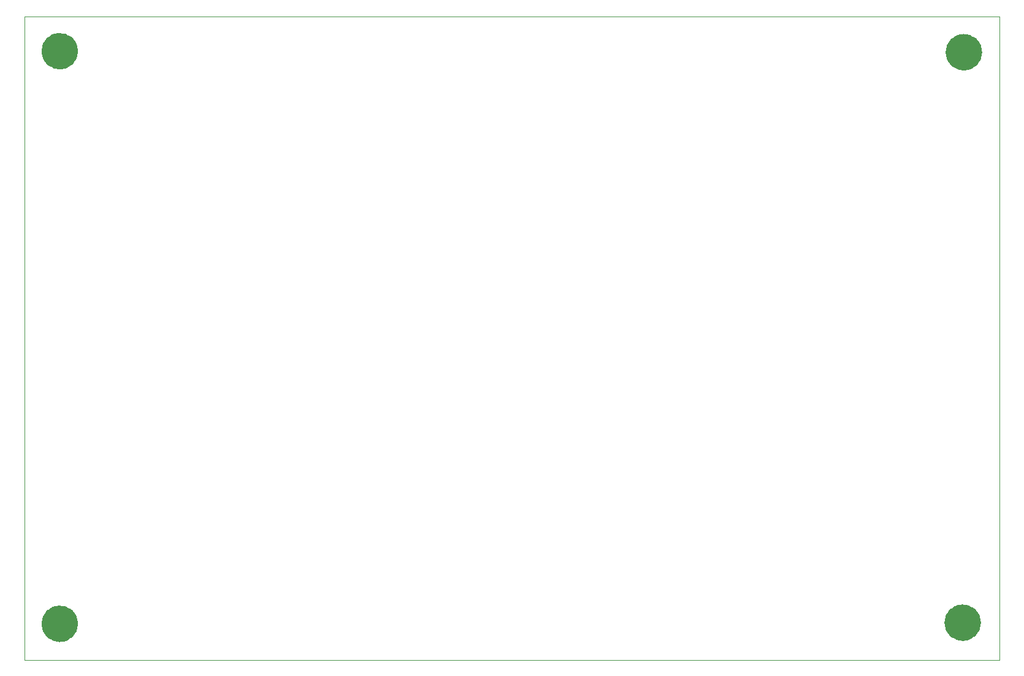
<source format=gbr>
%TF.GenerationSoftware,KiCad,Pcbnew,(5.99.0-7843-ge1f76ea2ab)*%
%TF.CreationDate,2021-01-07T03:20:18-05:00*%
%TF.ProjectId,CaRFID,43615246-4944-42e6-9b69-6361645f7063,rev?*%
%TF.SameCoordinates,Original*%
%TF.FileFunction,Profile,NP*%
%FSLAX46Y46*%
G04 Gerber Fmt 4.6, Leading zero omitted, Abs format (unit mm)*
G04 Created by KiCad (PCBNEW (5.99.0-7843-ge1f76ea2ab)) date 2021-01-07 03:20:18*
%MOMM*%
%LPD*%
G01*
G04 APERTURE LIST*
%TA.AperFunction,Profile*%
%ADD10C,0.038099*%
%TD*%
%TA.AperFunction,Profile*%
%ADD11C,2.519049*%
%TD*%
G04 APERTURE END LIST*
D10*
X15240000Y-40640000D02*
X149860000Y-40640000D01*
X149860000Y-40640000D02*
X149860000Y-129540000D01*
X149860000Y-129540000D02*
X15240000Y-129540000D01*
X15240000Y-129540000D02*
X15240000Y-40640000D01*
D11*
X21363524Y-45458588D02*
G75*
G03*
X21363524Y-45458588I-1259524J0D01*
G01*
X21363524Y-124569618D02*
G75*
G03*
X21363524Y-124569618I-1259524J0D01*
G01*
X146203472Y-45611018D02*
G75*
G03*
X146203472Y-45611018I-1259524J0D01*
G01*
X146039524Y-124417188D02*
G75*
G03*
X146039524Y-124417188I-1259524J0D01*
G01*
M02*

</source>
